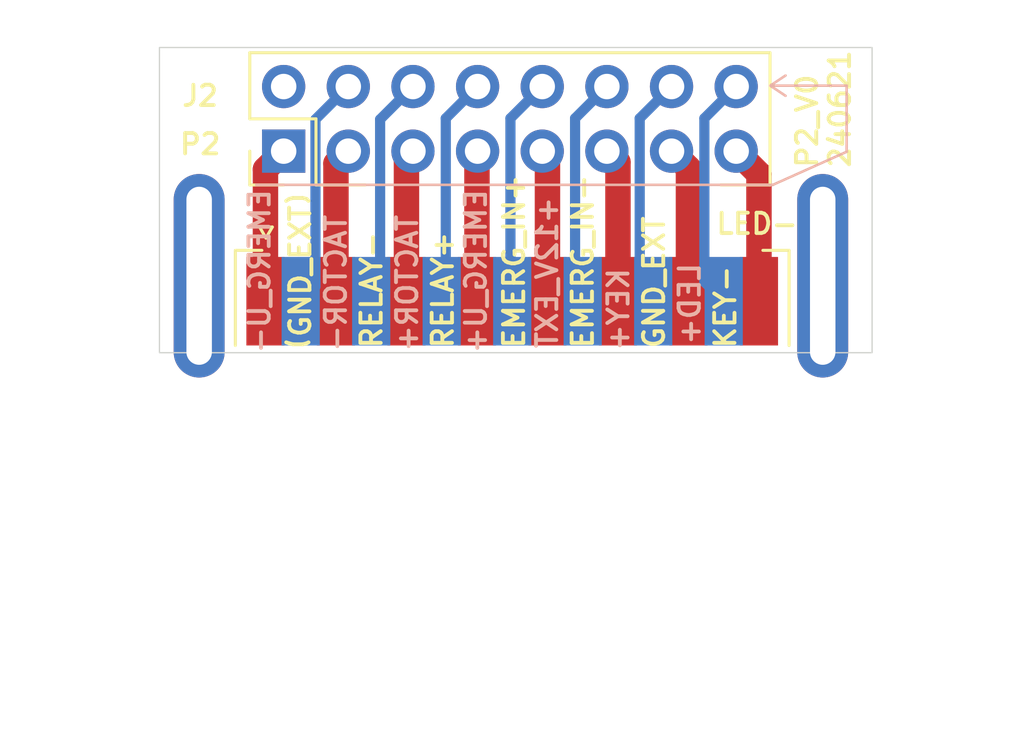
<source format=kicad_pcb>
(kicad_pcb (version 20221018) (generator pcbnew)
  (layers (0 "F.Cu" signal) (31 "B.Cu" signal) (34 "B.Paste" user) (35 "F.Paste" user) (36 "B.SilkS" user "B.Silkscreen") (37 "F.SilkS" user "F.Silkscreen") (38 "B.Mask" user) (39 "F.Mask" user) (44 "Edge.Cuts" user))
  (net 0 "")
  (net 1 "/(GND_EXT)")
  (net 2 "/RELAY-")
  (net 3 "/RELAY+")
  (net 4 "/EMERG_IN+")
  (net 5 "/EMERG_IN-")
  (net 6 "/GND_EXT")
  (net 7 "/KEY-")
  (net 8 "/LED-")
  (net 9 "/EMERG_U-")
  (net 10 "/CONTACTOR-")
  (net 11 "/CONTACTOR+")
  (net 12 "/ENERG_U+")
  (net 13 "/+12V_EXT")
  (net 14 "/KEY+")
  (net 15 "/LED+")
  (footprint "Connector_PinHeader_2.54mm:PinHeader_2x08_P2.54mm_Vertical_1" (layer "F.Cu") (at 122.08 60.775 90)
    (fp_text reference "J2" (at 2.175 -3.28 180) (layer "F.SilkS") (effects (font (size 0.8 0.8))))
    (fp_text value "Conn_01x15")
    (fp_line (start -1.33 -1.33) (end 0 -1.33) (stroke (width 0.12)) (layer "F.SilkS"))
    (fp_line (start -1.33 0) (end -1.33 -1.33) (stroke (width 0.12)) (layer "F.SilkS"))
    (fp_line (start -1.33 1.27) (end -1.33 3.2) (stroke (width 0.12)) (layer "F.SilkS"))
    (fp_line (start -1.33 1.27) (end 1.27 1.27) (stroke (width 0.12)) (layer "F.SilkS"))
    (fp_line (start -1.33 17.18) (end -1.33 19.11) (stroke (width 0.12)) (layer "F.SilkS"))
    (fp_line (start -1.33 19.11) (end 3.87 19.11) (stroke (width 0.12)) (layer "F.SilkS"))
    (fp_line (start 1.27 -1.33) (end 3.87 -1.33) (stroke (width 0.12)) (layer "F.SilkS"))
    (fp_line (start 1.27 1.27) (end 1.27 -1.33) (stroke (width 0.12)) (layer "F.SilkS"))
    (fp_line (start 3.87 -1.33) (end 3.87 19.11) (stroke (width 0.12)) (layer "F.SilkS"))
    (pad "1" thru_hole rect (at 0 0 90) (size 1.7 1.7) (drill 1) (layers "*.Cu" "*.Mask") (net 1 "/(GND_EXT)"))
    (pad "2" thru_hole oval (at 0 2.54 90) (size 1.7 1.7) (drill 1) (layers "*.Cu" "*.Mask") (net 2 "/RELAY-"))
    (pad "3" thru_hole oval (at 0 5.08 90) (size 1.7 1.7) (drill 1) (layers "*.Cu" "*.Mask") (net 3 "/RELAY+"))
    (pad "4" thru_hole oval (at 0 7.62 90) (size 1.7 1.7) (drill 1) (layers "*.Cu" "*.Mask") (net 4 "/EMERG_IN+"))
    (pad "5" thru_hole oval (at 0 10.16 90) (size 1.7 1.7) (drill 1) (layers "*.Cu" "*.Mask") (net 5 "/EMERG_IN-"))
    (pad "6" thru_hole oval (at 0 12.7 90) (size 1.7 1.7) (drill 1) (layers "*.Cu" "*.Mask") (net 6 "/GND_EXT"))
    (pad "7" thru_hole oval (at 0 15.24 90) (size 1.7 1.7) (drill 1) (layers "*.Cu" "*.Mask") (net 7 "/KEY-"))
    (pad "8" thru_hole oval (at 0 17.78 90) (size 1.7 1.7) (drill 1) (layers "*.Cu" "*.Mask") (net 8 "/LED-"))
    (pad "9" thru_hole oval (at 2.54 17.78 90) (size 1.7 1.7) (drill 1) (layers "*.Cu" "*.Mask") (net 15 "/LED+"))
    (pad "10" thru_hole oval (at 2.54 15.24 90) (size 1.7 1.7) (drill 1) (layers "*.Cu" "*.Mask") (net 14 "/KEY+"))
    (pad "11" thru_hole oval (at 2.54 12.7 90) (size 1.7 1.7) (drill 1) (layers "*.Cu" "*.Mask") (net 13 "/+12V_EXT"))
    (pad "12" thru_hole oval (at 2.54 10.16 90) (size 1.7 1.7) (drill 1) (layers "*.Cu" "*.Mask") (net 12 "/ENERG_U+"))
    (pad "13" thru_hole oval (at 2.54 7.62 90) (size 1.7 1.7) (drill 1) (layers "*.Cu" "*.Mask") (net 11 "/CONTACTOR+"))
    (pad "14" thru_hole oval (at 2.54 5.08 90) (size 1.7 1.7) (drill 1) (layers "*.Cu" "*.Mask") (net 10 "/CONTACTOR-"))
    (pad "15" thru_hole oval (at 2.54 2.54 90) (size 1.7 1.7) (drill 1) (layers "*.Cu" "*.Mask") (net 9 "/EMERG_U-"))
    (pad "16" thru_hole oval (at 2.54 0 90) (size 1.7 1.7) (drill 1) (layers "*.Cu" "*.Mask"))
  )
  (footprint "Connector_Dsub:DSUB-15_Male_EdgeMount_P2.77mm_1" (layer "F.Cu") (at 131.06 66.675)
    (fp_text reference "P2" (at -12.26 -6.175) (layer "F.SilkS") (effects (font (size 0.8 0.8))))
    (fp_text value "DSUB15")
    (fp_line (start -10.878333 -2) (end -10.878333 1.74) (stroke (width 0.12)) (layer "F.SilkS"))
    (fp_line (start -9.925 -2.916506) (end -9.425 -2.916506) (stroke (width 0.12)) (layer "F.SilkS"))
    (fp_line (start -9.835834 -2) (end -10.864167 -2) (stroke (width 0.12)) (layer "F.SilkS"))
    (fp_line (start -9.675 -2.483493) (end -9.925 -2.916506) (stroke (width 0.12)) (layer "F.SilkS"))
    (fp_line (start -9.425 -2.916506) (end -9.675 -2.483493) (stroke (width 0.12)) (layer "F.SilkS"))
    (fp_line (start 10.878333 -2) (end 9.85 -2) (stroke (width 0.12)) (layer "F.SilkS"))
    (fp_line (start 10.878333 1.74) (end 10.878333 -2) (stroke (width 0.12)) (layer "F.SilkS"))
    (pad "0" thru_hole oval (at -12.3 -1) (size 2 8) (drill oval 1 7) (layers "*.Cu" "*.Mask"))
    (pad "0" thru_hole oval (at 12.2 -1) (size 2 8) (drill oval 1 7) (layers "*.Cu" "*.Mask"))
    (pad "1" smd rect (at -9.695 0) (size 1.5 3.48) (layers "F.Cu" "F.Paste" "F.Mask") (net 1 "/(GND_EXT)"))
    (pad "2" smd rect (at -6.925 0) (size 1.5 3.48) (layers "F.Cu" "F.Paste" "F.Mask") (net 2 "/RELAY-"))
    (pad "3" smd rect (at -4.155 0) (size 1.5 3.48) (layers "F.Cu" "F.Paste" "F.Mask") (net 3 "/RELAY+"))
    (pad "4" smd rect (at -1.385 0) (size 1.5 3.48) (layers "F.Cu" "F.Paste" "F.Mask") (net 4 "/EMERG_IN+"))
    (pad "5" smd rect (at 1.385 0) (size 1.5 3.48) (layers "F.Cu" "F.Paste" "F.Mask") (net 5 "/EMERG_IN-"))
    (pad "6" smd rect (at 4.155 0) (size 1.5 3.48) (layers "F.Cu" "F.Paste" "F.Mask") (net 6 "/GND_EXT"))
    (pad "7" smd rect (at 6.925 0) (size 1.5 3.48) (layers "F.Cu" "F.Paste" "F.Mask") (net 7 "/KEY-"))
    (pad "8" smd rect (at 9.695 0) (size 1.5 3.48) (layers "F.Cu" "F.Paste" "F.Mask") (net 8 "/LED-"))
    (pad "9" smd rect (at -8.31 0) (size 1.5 3.48) (layers "B.Cu" "B.Paste" "B.Mask") (net 9 "/EMERG_U-"))
    (pad "10" smd rect (at -5.54 0) (size 1.5 3.48) (layers "B.Cu" "B.Paste" "B.Mask") (net 10 "/CONTACTOR-"))
    (pad "11" smd rect (at -2.77 0) (size 1.5 3.48) (layers "B.Cu" "B.Paste" "B.Mask") (net 11 "/CONTACTOR+"))
    (pad "12" smd rect (at 0 0) (size 1.5 3.48) (layers "B.Cu" "B.Paste" "B.Mask") (net 12 "/ENERG_U+"))
    (pad "13" smd rect (at 2.77 0) (size 1.5 3.48) (layers "B.Cu" "B.Paste" "B.Mask") (net 13 "/+12V_EXT"))
    (pad "14" smd rect (at 5.54 0) (size 1.5 3.48) (layers "B.Cu" "B.Paste" "B.Mask") (net 14 "/KEY+"))
    (pad "15" smd rect (at 8.31 0) (size 1.5 3.48) (layers "B.Cu" "B.Paste" "B.Mask") (net 15 "/LED+"))
  )
  (gr_line (start 144.2 60.8) (end 144.2 58.2) (stroke (width 0.1)) (layer "B.SilkS"))
  (gr_line (start 141.2 58.2) (end 141.8 58.6) (stroke (width 0.1)) (layer "B.SilkS"))
  (gr_line (start 121 62.1) (end 141.3 62.1) (stroke (width 0.1)) (layer "B.SilkS"))
  (gr_line (start 144.2 58.2) (end 141.2 58.2) (stroke (width 0.1)) (layer "B.SilkS"))
  (gr_line (start 141.3 62.1) (end 144.2 60.8) (stroke (width 0.1)) (layer "B.SilkS"))
  (gr_line (start 141.2 58.2) (end 141.8 57.8) (stroke (width 0.1)) (layer "B.SilkS"))
  (gr_rect (start 117.2 56.7) (end 145.2 68.7) (stroke (width 0.05)) (fill none) (layer "Edge.Cuts"))
  (gr_text "TACTOR+" (at 127.4 63.2 90) (layer "B.SilkS") (effects (font (size 0.8 0.8) (thickness 0.15) bold) (justify left bottom mirror)))
  (gr_text "KEY+" (at 135.7 65.3 90) (layer "B.SilkS") (effects (font (size 0.8 0.8) (thickness 0.15) bold) (justify left bottom mirror)))
  (gr_text "+12V_EXT" (at 132.9 62.5 90) (layer "B.SilkS") (effects (font (size 0.8 0.8) (thickness 0.15) bold) (justify left bottom mirror)))
  (gr_text "EMERG_U-" (at 121.6 62.2 90) (layer "B.SilkS") (effects (font (size 0.8 0.8) (thickness 0.15) bold) (justify left bottom mirror)))
  (gr_text "LED+" (at 138.5 65.1 90) (layer "B.SilkS") (effects (font (size 0.8 0.8) (thickness 0.15) bold) (justify left bottom mirror)))
  (gr_text "TACTOR-" (at 124.6 63.2 90) (layer "B.SilkS") (effects (font (size 0.8 0.8) (thickness 0.15) bold) (justify left bottom mirror)))
  (gr_text "EMERG_U+" (at 130.1 62.2 90) (layer "B.SilkS") (effects (font (size 0.8 0.8) (thickness 0.15) bold) (justify left bottom mirror)))
  (gr_text "P2_V0\n240621" (at 144.4 61.5 90) (layer "F.SilkS") (effects (font (size 0.8 0.8) (thickness 0.15) bold) (justify left bottom)))
  (gr_text "GND_EXT" (at 137.1 68.6 90) (layer "F.SilkS") (effects (font (size 0.8 0.8) (thickness 0.15) bold) (justify left bottom)))
  (gr_text "EMERG_IN+" (at 131.6 68.6 90) (layer "F.SilkS") (effects (font (size 0.8 0.8) (thickness 0.15) bold) (justify left bottom)))
  (gr_text "KEY-" (at 139.9 68.6 90) (layer "F.SilkS") (effects (font (size 0.8 0.8) (thickness 0.15) bold) (justify left bottom)))
  (gr_text "RELAY+" (at 128.8 68.6 90) (layer "F.SilkS") (effects (font (size 0.8 0.8) (thickness 0.15) bold) (justify left bottom)))
  (gr_text "RELAY-" (at 126 68.6 90) (layer "F.SilkS") (effects (font (size 0.8 0.8) (thickness 0.15) bold) (justify left bottom)))
  (gr_text "LED-" (at 139 64.1) (layer "F.SilkS") (effects (font (size 0.8 0.8) (thickness 0.15) bold) (justify left bottom)))
  (gr_text "（GND_EXT）" (at 123.2 69 90) (layer "F.SilkS") (effects (font (size 0.8 0.8) (thickness 0.15) bold) (justify left bottom)))
  (gr_text "EMERG_IN-" (at 134.3 68.6 90) (layer "F.SilkS") (effects (font (size 0.8 0.8) (thickness 0.15) bold) (justify left bottom)))
  (segment (start 121.365 66.675) (end 121.365 61.49) (width 1) (layer "F.Cu") (net 1))
  (segment (start 121.365 61.49) (end 122.08 60.775) (width 1) (layer "F.Cu") (net 1))
  (segment (start 124.135 66.675) (end 124.135 61.26) (width 1) (layer "F.Cu") (net 2))
  (segment (start 124.135 61.26) (end 124.62 60.775) (width 1) (layer "F.Cu") (net 2))
  (segment (start 126.905 66.675) (end 126.905 61.03) (width 1) (layer "F.Cu") (net 3))
  (segment (start 126.905 61.03) (end 127.16 60.775) (width 1) (layer "F.Cu") (net 3))
  (segment (start 129.675 66.675) (end 129.675 60.8) (width 1) (layer "F.Cu") (net 4))
  (segment (start 129.675 60.8) (end 129.7 60.775) (width 1) (layer "F.Cu") (net 4))
  (segment (start 132.445 60.98) (end 132.24 60.775) (width 1) (layer "F.Cu") (net 5))
  (segment (start 132.445 66.675) (end 132.445 60.98) (width 1) (layer "F.Cu") (net 5))
  (segment (start 135.215 61.21) (end 134.78 60.775) (width 1) (layer "F.Cu") (net 6))
  (segment (start 135.215 66.675) (end 135.215 61.21) (width 1) (layer "F.Cu") (net 6))
  (segment (start 137.985 61.44) (end 137.32 60.775) (width 1) (layer "F.Cu") (net 7))
  (segment (start 137.985 66.675) (end 137.985 61.44) (width 1) (layer "F.Cu") (net 7))
  (segment (start 140.755 61.67) (end 139.86 60.775) (width 1) (layer "F.Cu") (net 8))
  (segment (start 140.755 66.675) (end 140.755 61.67) (width 1) (layer "F.Cu") (net 8))
  (segment (start 123.33 66.095) (end 123.33 59.525) (width 0.4) (layer "B.Cu") (net 9))
  (segment (start 123.33 59.525) (end 124.62 58.235) (width 0.4) (layer "B.Cu") (net 9))
  (segment (start 122.75 66.675) (end 123.33 66.095) (width 0.4) (layer "B.Cu") (net 9))
  (segment (start 125.87 66.325) (end 125.87 59.525) (width 0.4) (layer "B.Cu") (net 10))
  (segment (start 125.87 59.525) (end 127.16 58.235) (width 0.4) (layer "B.Cu") (net 10))
  (segment (start 125.52 66.675) (end 125.87 66.325) (width 0.4) (layer "B.Cu") (net 10))
  (segment (start 128.45 66.515) (end 128.45 59.485) (width 0.4) (layer "B.Cu") (net 11))
  (segment (start 128.45 59.485) (end 129.7 58.235) (width 0.4) (layer "B.Cu") (net 11))
  (segment (start 128.29 66.675) (end 128.45 66.515) (width 0.4) (layer "B.Cu") (net 11))
  (segment (start 130.99 66.605) (end 130.99 59.485) (width 0.4) (layer "B.Cu") (net 12))
  (segment (start 131.06 66.675) (end 130.99 66.605) (width 0.4) (layer "B.Cu") (net 12))
  (segment (start 130.99 59.485) (end 132.24 58.235) (width 0.4) (layer "B.Cu") (net 12))
  (segment (start 133.53 59.485) (end 134.78 58.235) (width 0.4) (layer "B.Cu") (net 13))
  (segment (start 133.53 66.375) (end 133.53 59.485) (width 0.4) (layer "B.Cu") (net 13))
  (segment (start 133.83 66.675) (end 133.53 66.375) (width 0.4) (layer "B.Cu") (net 13))
  (segment (start 136.07 59.485) (end 137.32 58.235) (width 0.4) (layer "B.Cu") (net 14))
  (segment (start 136.6 66.675) (end 136.07 66.145) (width 0.4) (layer "B.Cu") (net 14))
  (segment (start 136.07 66.145) (end 136.07 59.485) (width 0.4) (layer "B.Cu") (net 14))
  (segment (start 139.37 66.675) (end 138.61 65.915) (width 0.4) (layer "B.Cu") (net 15))
  (segment (start 138.61 59.485) (end 139.86 58.235) (width 0.4) (layer "B.Cu") (net 15))
  (segment (start 138.61 65.915) (end 138.61 59.485) (width 0.4) (layer "B.Cu") (net 15))
)
</source>
